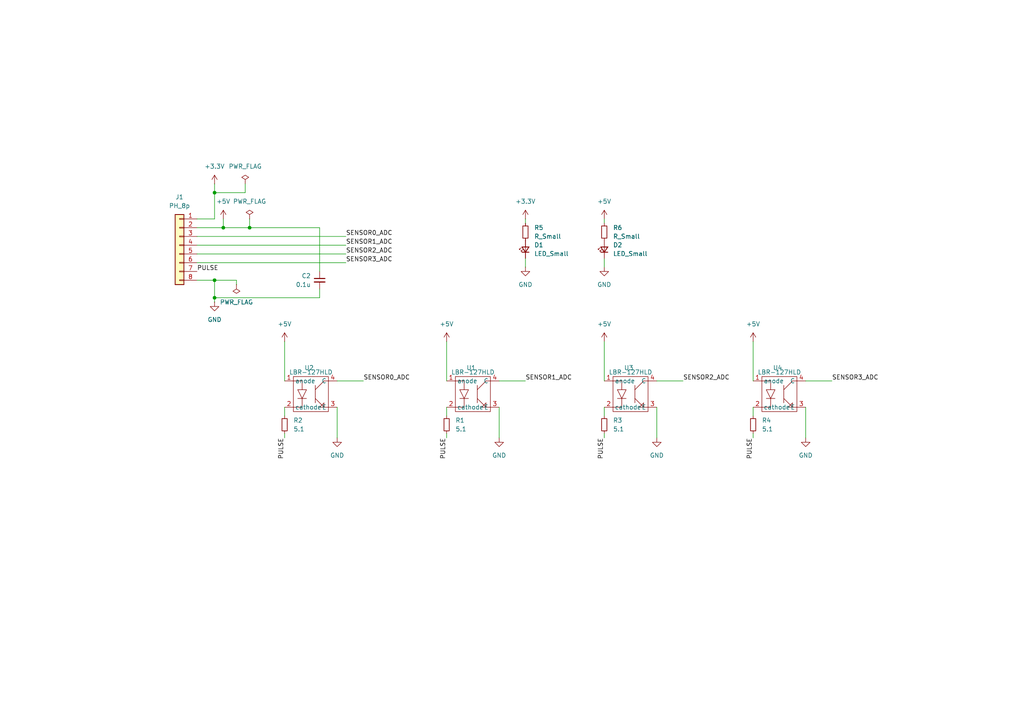
<source format=kicad_sch>
(kicad_sch (version 20231120) (generator "eeschema") (generator_version "8.0")
  (paper "A4")
  (lib_symbols
    (symbol "Connector_Generic:Conn_01x08" (pin_names (offset 1.016) hide)
      (property "Reference" "J" (at 0 10.16 0))
      (property "Value" "Conn_01x08" (at 0 -12.7 0))
      (symbol "Conn_01x08_1_1"
        (rectangle (start -1.27 -10.033) (end 0 -10.287) (stroke (width 0.1524)))
        (rectangle (start -1.27 -7.493) (end 0 -7.747) (stroke (width 0.1524)))
        (rectangle (start -1.27 -4.953) (end 0 -5.207) (stroke (width 0.1524)))
        (rectangle (start -1.27 -2.413) (end 0 -2.667) (stroke (width 0.1524)))
        (rectangle (start -1.27 0.127) (end 0 -0.127) (stroke (width 0.1524)))
        (rectangle (start -1.27 2.667) (end 0 2.413) (stroke (width 0.1524)))
        (rectangle (start -1.27 5.207) (end 0 4.953) (stroke (width 0.1524)))
        (rectangle (start -1.27 7.747) (end 0 7.493) (stroke (width 0.1524)))
        (rectangle (start -1.27 8.89) (end 1.27 -11.43) (stroke (width 0.254)) (fill (type background)))
        (pin passive line (at -5.08 7.62 0) (length 3.81) (name "Pin_1") (number "1"))
        (pin passive line (at -5.08 5.08 0) (length 3.81) (name "Pin_2") (number "2"))
        (pin passive line (at -5.08 2.54 0) (length 3.81) (name "Pin_3") (number "3"))
        (pin passive line (at -5.08 0 0) (length 3.81) (name "Pin_4") (number "4"))
        (pin passive line (at -5.08 -2.54 0) (length 3.81) (name "Pin_5") (number "5"))
        (pin passive line (at -5.08 -5.08 0) (length 3.81) (name "Pin_6") (number "6"))
        (pin passive line (at -5.08 -7.62 0) (length 3.81) (name "Pin_7") (number "7"))
        (pin passive line (at -5.08 -10.16 0) (length 3.81) (name "Pin_8") (number "8"))
      )
    )
    (symbol "Device:C_Small" (pin_numbers hide) (pin_names (offset 0.254) hide)
      (property "Reference" "C" (at 0.254 1.778 0))
      (property "Value" "C_Small" (at 0.254 -2.032 0))
      (symbol "C_Small_0_1"
        (polyline (pts (xy -1.524 -0.508) (xy 1.524 -0.508)) (stroke (width 0.3302)))
        (polyline (pts (xy -1.524 0.508) (xy 1.524 0.508)) (stroke (width 0.3048)))
      )
      (symbol "C_Small_1_1"
        (pin passive line (at 0 2.54 270) (length 2.032) (name "~") (number "1"))
        (pin passive line (at 0 -2.54 90) (length 2.032) (name "~") (number "2"))
      )
    )
    (symbol "Device:LED_Small" (pin_numbers hide) (pin_names (offset 0.254) hide)
      (property "Reference" "D" (at -1.27 3.175 0))
      (property "Value" "LED_Small" (at -4.445 -2.54 0))
      (symbol "LED_Small_0_1"
        (polyline (pts (xy -0.762 -1.016) (xy -0.762 1.016)) (stroke (width 0.254)))
        (polyline (pts (xy 1.016 0) (xy -0.762 0)))
        (polyline (pts (xy 0.762 -1.016) (xy -0.762 0) (xy 0.762 1.016) (xy 0.762 -1.016)) (stroke (width 0.254)))
        (polyline (pts (xy 0 0.762) (xy -0.508 1.27) (xy -0.254 1.27) (xy -0.508 1.27) (xy -0.508 1.016)))
        (polyline (pts (xy 0.508 1.27) (xy 0 1.778) (xy 0.254 1.778) (xy 0 1.778) (xy 0 1.524)))
      )
      (symbol "LED_Small_1_1"
        (pin passive line (at -2.54 0 0) (length 1.778) (name "K") (number "1"))
        (pin passive line (at 2.54 0 180) (length 1.778) (name "A") (number "2"))
      )
    )
    (symbol "Device:R_Small" (pin_numbers hide) (pin_names (offset 0.254) hide)
      (property "Reference" "R" (at 0.762 0.508 0))
      (property "Value" "R_Small" (at 0.762 -1.016 0))
      (symbol "R_Small_0_1"
        (rectangle (start -0.762 1.778) (end 0.762 -1.778) (stroke (width 0.2032)))
      )
      (symbol "R_Small_1_1"
        (pin passive line (at 0 2.54 270) (length 0.762) (name "~") (number "1"))
        (pin passive line (at 0 -2.54 90) (length 0.762) (name "~") (number "2"))
      )
    )
    (symbol "LBR-127HLD_5"
      (property "Reference" "U" (at 0 7.874 0))
      (property "Value" "LBR-127HLD" (at -0.254 6.096 0))
      (symbol "LBR-127HLD_5_0_1"
        (rectangle (start -5.08 5.08) (end 5.08 -5.08))
        (polyline (pts (xy -3.81 -1.27) (xy -1.27 -1.27)))
        (polyline (pts (xy 1.27 -1.27) (xy 3.81 -3.81)))
        (polyline (pts (xy 1.27 1.27) (xy 3.81 3.81)))
        (polyline (pts (xy 1.27 2.54) (xy 1.27 -2.54)))
        (polyline (pts (xy 3.81 -3.81) (xy 5.08 -3.81)))
        (polyline (pts (xy 3.81 3.81) (xy 5.08 3.81)))
        (polyline (pts (xy -2.54 -1.27) (xy -2.54 -3.81) (xy -5.08 -3.81)))
        (polyline (pts (xy -2.54 1.27) (xy -2.54 3.81) (xy -5.08 3.81)))
        (polyline (pts (xy 3.81 -3.81) (xy 3.81 -2.54) (xy 2.54 -3.81) (xy 3.81 -3.81)))
        (polyline (pts (xy -3.81 1.27) (xy -2.54 1.27) (xy -1.27 1.27) (xy -2.54 -1.27) (xy -3.81 1.27)))
      )
      (symbol "LBR-127HLD_5_1_1"
        (pin passive line (at -7.62 3.81 0) (length 2.54) (name "anode") (number "1"))
        (pin passive line (at -7.62 -3.81 0) (length 2.54) (name "cathode") (number "2"))
        (pin passive line (at 7.62 -3.81 180) (length 2.54) (name "E") (number "3"))
        (pin passive line (at 7.62 3.81 180) (length 2.54) (name "C") (number "4"))
      )
    )
    (symbol "power:+3.3V" (power) (pin_numbers hide) (pin_names (offset 0) hide)
      (property "Value" "+3.3V" (at 0 3.556 0))
      (symbol "+3.3V_0_1"
        (polyline (pts (xy -0.762 1.27) (xy 0 2.54)))
        (polyline (pts (xy 0 0) (xy 0 2.54)))
        (polyline (pts (xy 0 2.54) (xy 0.762 1.27)))
      )
      (symbol "+3.3V_1_1"
        (pin power_in line (at 0 0 90) (length 0) (name "~") (number "1"))
      )
    )
    (symbol "power:+5V" (power) (pin_numbers hide) (pin_names (offset 0) hide)
      (property "Value" "+5V" (at 0 3.556 0))
      (symbol "+5V_0_1"
        (polyline (pts (xy -0.762 1.27) (xy 0 2.54)))
        (polyline (pts (xy 0 0) (xy 0 2.54)))
        (polyline (pts (xy 0 2.54) (xy 0.762 1.27)))
      )
      (symbol "+5V_1_1"
        (pin power_in line (at 0 0 90) (length 0) (name "~") (number "1"))
      )
    )
    (symbol "power:GND" (power) (pin_numbers hide) (pin_names (offset 0) hide)
      (property "Value" "GND" (at 0 -3.81 0))
      (symbol "GND_0_1"
        (polyline (pts (xy 0 0) (xy 0 -1.27) (xy 1.27 -1.27) (xy 0 -2.54) (xy -1.27 -1.27) (xy 0 -1.27)))
      )
      (symbol "GND_1_1"
        (pin power_in line (at 0 0 270) (length 0) (name "~") (number "1"))
      )
    )
    (symbol "power:PWR_FLAG" (power) (pin_numbers hide) (pin_names (offset 0) hide)
      (property "Value" "PWR_FLAG" (at 0 3.81 0))
      (symbol "PWR_FLAG_0_0"
        (pin power_out line (at 0 0 90) (length 0) (name "~") (number "1"))
      )
      (symbol "PWR_FLAG_0_1"
        (polyline (pts (xy 0 0) (xy 0 1.27) (xy -1.016 1.905) (xy 0 2.54) (xy 1.016 1.905) (xy 0 1.27)))
      )
    )
  )
  (junction (at 62.23 55.88))
  (junction (at 64.77 66.04))
  (junction (at 72.39 66.04))
  (junction (at 62.23 86.36))
  (junction (at 62.23 81.28))
  (wire (pts (xy 57.15 76.2) (xy 100.33 76.2)))
  (wire (pts (xy 218.44 118.11) (xy 218.44 120.65)))
  (wire (pts (xy 175.26 74.93) (xy 175.26 77.47)))
  (wire (pts (xy 57.15 68.58) (xy 100.33 68.58)))
  (wire (pts (xy 62.23 86.36) (xy 92.71 86.36)))
  (wire (pts (xy 57.15 66.04) (xy 64.77 66.04)))
  (wire (pts (xy 97.79 118.11) (xy 97.79 127)))
  (wire (pts (xy 175.26 127) (xy 175.26 125.73)))
  (wire (pts (xy 82.55 127) (xy 82.55 125.73)))
  (wire (pts (xy 92.71 83.82) (xy 92.71 86.36)))
  (wire (pts (xy 62.23 63.5) (xy 57.15 63.5)))
  (wire (pts (xy 97.79 110.49) (xy 105.41 110.49)))
  (wire (pts (xy 92.71 78.74) (xy 92.71 66.04)))
  (wire (pts (xy 175.26 63.5) (xy 175.26 64.77)))
  (wire (pts (xy 62.23 55.88) (xy 62.23 63.5)))
  (wire (pts (xy 152.4 63.5) (xy 152.4 64.77)))
  (wire (pts (xy 71.12 55.88) (xy 62.23 55.88)))
  (wire (pts (xy 72.39 66.04) (xy 64.77 66.04)))
  (wire (pts (xy 175.26 99.06) (xy 175.26 110.49)))
  (wire (pts (xy 68.58 81.28) (xy 62.23 81.28)))
  (wire (pts (xy 144.78 110.49) (xy 152.4 110.49)))
  (wire (pts (xy 129.54 127) (xy 129.54 125.73)))
  (wire (pts (xy 62.23 53.34) (xy 62.23 55.88)))
  (wire (pts (xy 233.68 110.49) (xy 241.3 110.49)))
  (wire (pts (xy 57.15 73.66) (xy 100.33 73.66)))
  (wire (pts (xy 68.58 82.55) (xy 68.58 81.28)))
  (wire (pts (xy 57.15 71.12) (xy 100.33 71.12)))
  (wire (pts (xy 144.78 118.11) (xy 144.78 127)))
  (wire (pts (xy 218.44 99.06) (xy 218.44 110.49)))
  (wire (pts (xy 82.55 118.11) (xy 82.55 120.65)))
  (wire (pts (xy 57.15 81.28) (xy 62.23 81.28)))
  (wire (pts (xy 72.39 63.5) (xy 72.39 66.04)))
  (wire (pts (xy 62.23 81.28) (xy 62.23 86.36)))
  (wire (pts (xy 175.26 118.11) (xy 175.26 120.65)))
  (wire (pts (xy 129.54 99.06) (xy 129.54 110.49)))
  (wire (pts (xy 233.68 118.11) (xy 233.68 127)))
  (wire (pts (xy 190.5 110.49) (xy 198.12 110.49)))
  (wire (pts (xy 92.71 66.04) (xy 72.39 66.04)))
  (wire (pts (xy 64.77 63.5) (xy 64.77 66.04)))
  (wire (pts (xy 71.12 53.34) (xy 71.12 55.88)))
  (wire (pts (xy 218.44 127) (xy 218.44 125.73)))
  (wire (pts (xy 129.54 118.11) (xy 129.54 120.65)))
  (wire (pts (xy 190.5 118.11) (xy 190.5 127)))
  (wire (pts (xy 82.55 99.06) (xy 82.55 110.49)))
  (wire (pts (xy 152.4 74.93) (xy 152.4 77.47)))
  (wire (pts (xy 62.23 86.36) (xy 62.23 87.63)))
  (label "SENSOR3_ADC" (at 241.3 110.49 0))
  (label "PULSE" (at 218.44 127 270))
  (label "PULSE" (at 82.55 127 270))
  (label "PULSE" (at 57.15 78.74 0))
  (label "SENSOR0_ADC" (at 100.33 68.58 0))
  (label "PULSE" (at 129.54 127 270))
  (label "SENSOR2_ADC" (at 198.12 110.49 0))
  (label "PULSE" (at 175.26 127 270))
  (label "SENSOR1_ADC" (at 152.4 110.49 0))
  (label "SENSOR3_ADC" (at 100.33 76.2 0))
  (label "SENSOR1_ADC" (at 100.33 71.12 0))
  (label "SENSOR0_ADC" (at 105.41 110.49 0))
  (label "SENSOR2_ADC" (at 100.33 73.66 0))
  (symbol (lib_id "power:PWR_FLAG") (at 68.58 82.55 180) (unit 1)
    (property "Reference" "#FLG03" (effects (hide yes)))
    (property "Value" "PWR_FLAG" (at 68.58 87.63 0))
    (property "Description" "Special symbol for telling ERC where power comes from" (effects (hide yes)))
  )
  (symbol (lib_id "power:+5V") (at 175.26 99.06 0) (unit 1)
    (property "Reference" "#PWR05" (effects (hide yes)))
    (property "Value" "+5V" (at 175.26 93.98 0))
    (property "Description" "Power symbol creates a global label with name \"+5V\"" (effects (hide yes)))
  )
  (symbol (lib_id "Device:R_Small") (at 152.4 67.31 0) (unit 1)
    (property "Reference" "R5" (at 154.94 66.0399 0) (effects (justify left)))
    (property "Value" "R_Small" (at 154.94 68.5799 0) (effects (justify left)))
    (property "Footprint" "Resistor_SMD:R_0603_1608Metric_Pad0.98x0.95mm_HandSolder" (effects (hide yes)))
    (property "Description" "Resistor, small symbol" (effects (hide yes)))
  )
  (symbol (lib_id "Device:LED_Small") (at 175.26 72.39 90) (unit 1)
    (property "Reference" "D2" (at 177.8 71.0564 90) (effects (justify right)))
    (property "Value" "LED_Small" (at 177.8 73.5964 90) (effects (justify right)))
    (property "Footprint" "LED_SMD:LED_0603_1608Metric_Pad1.05x0.95mm_HandSolder" (effects (hide yes)))
    (property "Description" "Light emitting diode, small symbol" (effects (hide yes)))
  )
  (symbol (lib_id "power:+5V") (at 82.55 99.06 0) (unit 1)
    (property "Reference" "#PWR01" (effects (hide yes)))
    (property "Value" "+5V" (at 82.55 93.98 0))
    (property "Description" "Power symbol creates a global label with name \"+5V\"" (effects (hide yes)))
  )
  (symbol (lib_id "power:GND") (at 233.68 127 0) (mirror y) (unit 1)
    (property "Reference" "#PWR08" (effects (hide yes)))
    (property "Value" "GND" (at 233.68 132.08 0))
    (property "Description" "Power symbol creates a global label with name \"GND\" , ground" (effects (hide yes)))
  )
  (symbol (lib_id "power:+5V") (at 129.54 99.06 0) (unit 1)
    (property "Reference" "#PWR03" (effects (hide yes)))
    (property "Value" "+5V" (at 129.54 93.98 0))
    (property "Description" "Power symbol creates a global label with name \"+5V\"" (effects (hide yes)))
  )
  (symbol (lib_id "power:GND") (at 62.23 87.63 0) (mirror y) (unit 1)
    (property "Reference" "#PWR011" (effects (hide yes)))
    (property "Value" "GND" (at 62.23 92.71 0))
    (property "Description" "Power symbol creates a global label with name \"GND\" , ground" (effects (hide yes)))
  )
  (symbol (lib_id "Device:R_Small") (at 218.44 123.19 0) (unit 1)
    (property "Reference" "R4" (at 220.98 121.9199 0) (effects (justify left)))
    (property "Value" "5.1" (at 220.98 124.4599 0) (effects (justify left)))
    (property "Footprint" "Resistor_SMD:R_0603_1608Metric_Pad0.98x0.95mm_HandSolder" (effects (hide yes)))
    (property "Description" "Resistor, small symbol" (effects (hide yes)))
  )
  (symbol (lib_id "Device:R_Small") (at 175.26 123.19 0) (unit 1)
    (property "Reference" "R3" (at 177.8 121.9199 0) (effects (justify left)))
    (property "Value" "5.1" (at 177.8 124.4599 0) (effects (justify left)))
    (property "Footprint" "Resistor_SMD:R_0603_1608Metric_Pad0.98x0.95mm_HandSolder" (effects (hide yes)))
    (property "Description" "Resistor, small symbol" (effects (hide yes)))
  )
  (symbol (lib_id "Device:C_Small") (at 92.71 81.28 0) (mirror y) (unit 1)
    (property "Reference" "C2" (at 90.17 80.0162 0) (effects (justify left)))
    (property "Value" "0.1u" (at 90.17 82.5562 0) (effects (justify left)))
    (property "Footprint" "Capacitor_SMD:C_0603_1608Metric_Pad1.08x0.95mm_HandSolder" (effects (hide yes)))
    (property "Description" "Unpolarized capacitor, small symbol" (effects (hide yes)))
  )
  (symbol (lib_id "power:+3.3V") (at 62.23 53.34 0) (unit 1)
    (property "Reference" "#PWR010" (effects (hide yes)))
    (property "Value" "+3.3V" (at 62.23 48.26 0))
    (property "Description" "Power symbol creates a global label with name \"+3.3V\"" (effects (hide yes)))
  )
  (symbol (lib_id "Device:LED_Small") (at 152.4 72.39 90) (unit 1)
    (property "Reference" "D1" (at 154.94 71.0564 90) (effects (justify right)))
    (property "Value" "LED_Small" (at 154.94 73.5964 90) (effects (justify right)))
    (property "Footprint" "LED_SMD:LED_0603_1608Metric_Pad1.05x0.95mm_HandSolder" (effects (hide yes)))
    (property "Description" "Light emitting diode, small symbol" (effects (hide yes)))
  )
  (symbol (lib_name "LBR-127HLD_5") (lib_id "mylib:LBR-127HLD") (at 182.88 114.3 0) (unit 1)
    (property "Reference" "U3" (at 182.372 106.68 0))
    (property "Value" "LBR-127HLD" (at 182.88 107.95 0))
    (property "Footprint" "mylib:LBR-127HLD" (effects (hide yes)))
  )
  (symbol (lib_id "power:PWR_FLAG") (at 72.39 63.5 0) (unit 1)
    (property "Reference" "#FLG02" (effects (hide yes)))
    (property "Value" "PWR_FLAG" (at 72.39 58.42 0))
    (property "Description" "Special symbol for telling ERC where power comes from" (effects (hide yes)))
  )
  (symbol (lib_name "LBR-127HLD_5") (lib_id "mylib:LBR-127HLD") (at 226.06 114.3 0) (unit 1)
    (property "Reference" "U4" (at 225.552 106.68 0))
    (property "Value" "LBR-127HLD" (at 226.06 107.95 0))
    (property "Footprint" "mylib:LBR-127HLD" (effects (hide yes)))
  )
  (symbol (lib_id "Device:R_Small") (at 129.54 123.19 0) (unit 1)
    (property "Reference" "R1" (at 132.08 121.9199 0) (effects (justify left)))
    (property "Value" "5.1" (at 132.08 124.4599 0) (effects (justify left)))
    (property "Footprint" "Resistor_SMD:R_0603_1608Metric_Pad0.98x0.95mm_HandSolder" (effects (hide yes)))
    (property "Description" "Resistor, small symbol" (effects (hide yes)))
  )
  (symbol (lib_id "Device:R_Small") (at 175.26 67.31 0) (unit 1)
    (property "Reference" "R6" (at 177.8 66.0399 0) (effects (justify left)))
    (property "Value" "R_Small" (at 177.8 68.5799 0) (effects (justify left)))
    (property "Footprint" "Resistor_SMD:R_0603_1608Metric_Pad0.98x0.95mm_HandSolder" (effects (hide yes)))
    (property "Description" "Resistor, small symbol" (effects (hide yes)))
  )
  (symbol (lib_id "power:GND") (at 97.79 127 0) (mirror y) (unit 1)
    (property "Reference" "#PWR02" (effects (hide yes)))
    (property "Value" "GND" (at 97.79 132.08 0))
    (property "Description" "Power symbol creates a global label with name \"GND\" , ground" (effects (hide yes)))
  )
  (symbol (lib_name "LBR-127HLD_5") (lib_id "mylib:LBR-127HLD") (at 137.16 114.3 0) (unit 1)
    (property "Reference" "U1" (at 136.652 106.68 0))
    (property "Value" "LBR-127HLD" (at 137.16 107.95 0))
    (property "Footprint" "mylib:LBR-127HLD" (effects (hide yes)))
  )
  (symbol (lib_id "power:+5V") (at 64.77 63.5 0) (unit 1)
    (property "Reference" "#PWR012" (effects (hide yes)))
    (property "Value" "+5V" (at 64.77 58.42 0))
    (property "Description" "Power symbol creates a global label with name \"+5V\"" (effects (hide yes)))
  )
  (symbol (lib_id "power:GND") (at 175.26 77.47 0) (mirror y) (unit 1)
    (property "Reference" "#PWR014" (effects (hide yes)))
    (property "Value" "GND" (at 175.26 82.55 0))
    (property "Description" "Power symbol creates a global label with name \"GND\" , ground" (effects (hide yes)))
  )
  (symbol (lib_id "power:GND") (at 190.5 127 0) (mirror y) (unit 1)
    (property "Reference" "#PWR06" (effects (hide yes)))
    (property "Value" "GND" (at 190.5 132.08 0))
    (property "Description" "Power symbol creates a global label with name \"GND\" , ground" (effects (hide yes)))
  )
  (symbol (lib_id "power:+5V") (at 175.26 63.5 0) (unit 1)
    (property "Reference" "#PWR015" (effects (hide yes)))
    (property "Value" "+5V" (at 175.26 58.42 0))
    (property "Description" "Power symbol creates a global label with name \"+5V\"" (effects (hide yes)))
  )
  (symbol (lib_id "power:GND") (at 144.78 127 0) (mirror y) (unit 1)
    (property "Reference" "#PWR04" (effects (hide yes)))
    (property "Value" "GND" (at 144.78 132.08 0))
    (property "Description" "Power symbol creates a global label with name \"GND\" , ground" (effects (hide yes)))
  )
  (symbol (lib_id "power:+3.3V") (at 152.4 63.5 0) (unit 1)
    (property "Reference" "#PWR09" (effects (hide yes)))
    (property "Value" "+3.3V" (at 152.4 58.42 0))
    (property "Description" "Power symbol creates a global label with name \"+3.3V\"" (effects (hide yes)))
  )
  (symbol (lib_id "Connector_Generic:Conn_01x08") (at 52.07 71.12 0) (mirror y) (unit 1)
    (property "Reference" "J1" (at 52.07 57.15 0))
    (property "Value" "PH_8p" (at 52.07 59.69 0))
    (property "Footprint" "Connector_JST:JST_PH_B8B-PH-K_1x08_P2.00mm_Vertical" (effects (hide yes)))
    (property "Description" "Generic connector, single row, 01x08, script generated (kicad-library-utils/schlib/autogen/connector/)" (effects (hide yes)))
  )
  (symbol (lib_id "power:PWR_FLAG") (at 71.12 53.34 0) (unit 1)
    (property "Reference" "#FLG01" (effects (hide yes)))
    (property "Value" "PWR_FLAG" (at 71.12 48.26 0))
    (property "Description" "Special symbol for telling ERC where power comes from" (effects (hide yes)))
  )
  (symbol (lib_id "power:+5V") (at 218.44 99.06 0) (unit 1)
    (property "Reference" "#PWR07" (effects (hide yes)))
    (property "Value" "+5V" (at 218.44 93.98 0))
    (property "Description" "Power symbol creates a global label with name \"+5V\"" (effects (hide yes)))
  )
  (symbol (lib_id "power:GND") (at 152.4 77.47 0) (mirror y) (unit 1)
    (property "Reference" "#PWR013" (effects (hide yes)))
    (property "Value" "GND" (at 152.4 82.55 0))
    (property "Description" "Power symbol creates a global label with name \"GND\" , ground" (effects (hide yes)))
  )
  (symbol (lib_id "Device:R_Small") (at 82.55 123.19 0) (unit 1)
    (property "Reference" "R2" (at 85.09 121.9199 0) (effects (justify left)))
    (property "Value" "5.1" (at 85.09 124.4599 0) (effects (justify left)))
    (property "Footprint" "Resistor_SMD:R_0603_1608Metric_Pad0.98x0.95mm_HandSolder" (effects (hide yes)))
    (property "Description" "Resistor, small symbol" (effects (hide yes)))
  )
  (symbol (lib_name "LBR-127HLD_5") (lib_id "mylib:LBR-127HLD") (at 90.17 114.3 0) (unit 1)
    (property "Reference" "U2" (at 89.662 106.68 0))
    (property "Value" "LBR-127HLD" (at 90.17 107.95 0))
    (property "Footprint" "mylib:LBR-127HLD" (effects (hide yes)))
  )
)
</source>
